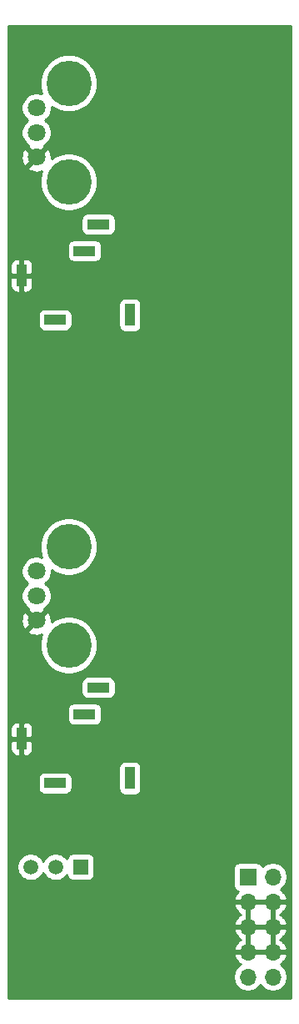
<source format=gbr>
G04 #@! TF.GenerationSoftware,KiCad,Pcbnew,(5.1.5)-3*
G04 #@! TF.CreationDate,2020-08-14T09:08:36-07:00*
G04 #@! TF.ProjectId,Noise_Gen,4e6f6973-655f-4476-956e-2e6b69636164,rev?*
G04 #@! TF.SameCoordinates,Original*
G04 #@! TF.FileFunction,Copper,L2,Bot*
G04 #@! TF.FilePolarity,Positive*
%FSLAX46Y46*%
G04 Gerber Fmt 4.6, Leading zero omitted, Abs format (unit mm)*
G04 Created by KiCad (PCBNEW (5.1.5)-3) date 2020-08-14 09:08:36*
%MOMM*%
%LPD*%
G04 APERTURE LIST*
%ADD10R,2.200000X1.000000*%
%ADD11R,1.000000X2.200000*%
%ADD12C,1.800000*%
%ADD13C,4.600000*%
%ADD14O,1.700000X1.700000*%
%ADD15R,1.700000X1.700000*%
%ADD16R,1.520000X1.520000*%
%ADD17C,1.520000*%
%ADD18C,0.800000*%
%ADD19C,0.254000*%
G04 APERTURE END LIST*
D10*
X9800000Y-20800000D03*
X8400000Y-23500000D03*
D11*
X13000000Y-30000000D03*
D10*
X5400000Y-30500000D03*
D11*
X2000000Y-26000000D03*
X2000000Y-73000000D03*
D10*
X5400000Y-77500000D03*
D11*
X13000000Y-77000000D03*
D10*
X8400000Y-70500000D03*
X9800000Y-67800000D03*
D12*
X3500000Y-14000000D03*
X3500000Y-11500000D03*
X3500000Y-9000000D03*
D13*
X6800000Y-16500000D03*
X6800000Y-6500000D03*
X6800000Y-53500000D03*
X6800000Y-63500000D03*
D12*
X3500000Y-56000000D03*
X3500000Y-58500000D03*
X3500000Y-61000000D03*
D14*
X27540000Y-97160000D03*
X25000000Y-97160000D03*
X27540000Y-94620000D03*
X25000000Y-94620000D03*
X27540000Y-92080000D03*
X25000000Y-92080000D03*
X27540000Y-89540000D03*
X25000000Y-89540000D03*
X27540000Y-87000000D03*
D15*
X25000000Y-87000000D03*
D16*
X8000000Y-86000000D03*
D17*
X2920000Y-86000000D03*
X5460000Y-86000000D03*
D18*
X27000000Y-57000000D03*
D19*
G36*
X29340001Y-99340000D02*
G01*
X660000Y-99340000D01*
X660000Y-97013740D01*
X23515000Y-97013740D01*
X23515000Y-97306260D01*
X23572068Y-97593158D01*
X23684010Y-97863411D01*
X23846525Y-98106632D01*
X24053368Y-98313475D01*
X24296589Y-98475990D01*
X24566842Y-98587932D01*
X24853740Y-98645000D01*
X25146260Y-98645000D01*
X25433158Y-98587932D01*
X25703411Y-98475990D01*
X25946632Y-98313475D01*
X26153475Y-98106632D01*
X26270000Y-97932240D01*
X26386525Y-98106632D01*
X26593368Y-98313475D01*
X26836589Y-98475990D01*
X27106842Y-98587932D01*
X27393740Y-98645000D01*
X27686260Y-98645000D01*
X27973158Y-98587932D01*
X28243411Y-98475990D01*
X28486632Y-98313475D01*
X28693475Y-98106632D01*
X28855990Y-97863411D01*
X28967932Y-97593158D01*
X29025000Y-97306260D01*
X29025000Y-97013740D01*
X28967932Y-96726842D01*
X28855990Y-96456589D01*
X28693475Y-96213368D01*
X28486632Y-96006525D01*
X28304466Y-95884805D01*
X28421355Y-95815178D01*
X28637588Y-95620269D01*
X28811641Y-95386920D01*
X28936825Y-95124099D01*
X28981476Y-94976890D01*
X28860155Y-94747000D01*
X27667000Y-94747000D01*
X27667000Y-94767000D01*
X27413000Y-94767000D01*
X27413000Y-94747000D01*
X25127000Y-94747000D01*
X25127000Y-94767000D01*
X24873000Y-94767000D01*
X24873000Y-94747000D01*
X23679845Y-94747000D01*
X23558524Y-94976890D01*
X23603175Y-95124099D01*
X23728359Y-95386920D01*
X23902412Y-95620269D01*
X24118645Y-95815178D01*
X24235534Y-95884805D01*
X24053368Y-96006525D01*
X23846525Y-96213368D01*
X23684010Y-96456589D01*
X23572068Y-96726842D01*
X23515000Y-97013740D01*
X660000Y-97013740D01*
X660000Y-92436890D01*
X23558524Y-92436890D01*
X23603175Y-92584099D01*
X23728359Y-92846920D01*
X23902412Y-93080269D01*
X24118645Y-93275178D01*
X24244255Y-93350000D01*
X24118645Y-93424822D01*
X23902412Y-93619731D01*
X23728359Y-93853080D01*
X23603175Y-94115901D01*
X23558524Y-94263110D01*
X23679845Y-94493000D01*
X24873000Y-94493000D01*
X24873000Y-92207000D01*
X25127000Y-92207000D01*
X25127000Y-94493000D01*
X27413000Y-94493000D01*
X27413000Y-92207000D01*
X27667000Y-92207000D01*
X27667000Y-94493000D01*
X28860155Y-94493000D01*
X28981476Y-94263110D01*
X28936825Y-94115901D01*
X28811641Y-93853080D01*
X28637588Y-93619731D01*
X28421355Y-93424822D01*
X28295745Y-93350000D01*
X28421355Y-93275178D01*
X28637588Y-93080269D01*
X28811641Y-92846920D01*
X28936825Y-92584099D01*
X28981476Y-92436890D01*
X28860155Y-92207000D01*
X27667000Y-92207000D01*
X27413000Y-92207000D01*
X25127000Y-92207000D01*
X24873000Y-92207000D01*
X23679845Y-92207000D01*
X23558524Y-92436890D01*
X660000Y-92436890D01*
X660000Y-89896890D01*
X23558524Y-89896890D01*
X23603175Y-90044099D01*
X23728359Y-90306920D01*
X23902412Y-90540269D01*
X24118645Y-90735178D01*
X24244255Y-90810000D01*
X24118645Y-90884822D01*
X23902412Y-91079731D01*
X23728359Y-91313080D01*
X23603175Y-91575901D01*
X23558524Y-91723110D01*
X23679845Y-91953000D01*
X24873000Y-91953000D01*
X24873000Y-89667000D01*
X25127000Y-89667000D01*
X25127000Y-91953000D01*
X27413000Y-91953000D01*
X27413000Y-89667000D01*
X27667000Y-89667000D01*
X27667000Y-91953000D01*
X28860155Y-91953000D01*
X28981476Y-91723110D01*
X28936825Y-91575901D01*
X28811641Y-91313080D01*
X28637588Y-91079731D01*
X28421355Y-90884822D01*
X28295745Y-90810000D01*
X28421355Y-90735178D01*
X28637588Y-90540269D01*
X28811641Y-90306920D01*
X28936825Y-90044099D01*
X28981476Y-89896890D01*
X28860155Y-89667000D01*
X27667000Y-89667000D01*
X27413000Y-89667000D01*
X25127000Y-89667000D01*
X24873000Y-89667000D01*
X23679845Y-89667000D01*
X23558524Y-89896890D01*
X660000Y-89896890D01*
X660000Y-85862604D01*
X1525000Y-85862604D01*
X1525000Y-86137396D01*
X1578609Y-86406907D01*
X1683767Y-86660780D01*
X1836433Y-86889261D01*
X2030739Y-87083567D01*
X2259220Y-87236233D01*
X2513093Y-87341391D01*
X2782604Y-87395000D01*
X3057396Y-87395000D01*
X3326907Y-87341391D01*
X3580780Y-87236233D01*
X3809261Y-87083567D01*
X4003567Y-86889261D01*
X4156233Y-86660780D01*
X4190000Y-86579260D01*
X4223767Y-86660780D01*
X4376433Y-86889261D01*
X4570739Y-87083567D01*
X4799220Y-87236233D01*
X5053093Y-87341391D01*
X5322604Y-87395000D01*
X5597396Y-87395000D01*
X5866907Y-87341391D01*
X6120780Y-87236233D01*
X6349261Y-87083567D01*
X6543567Y-86889261D01*
X6605526Y-86796533D01*
X6614188Y-86884482D01*
X6650498Y-87004180D01*
X6709463Y-87114494D01*
X6788815Y-87211185D01*
X6885506Y-87290537D01*
X6995820Y-87349502D01*
X7115518Y-87385812D01*
X7240000Y-87398072D01*
X8760000Y-87398072D01*
X8884482Y-87385812D01*
X9004180Y-87349502D01*
X9114494Y-87290537D01*
X9211185Y-87211185D01*
X9290537Y-87114494D01*
X9349502Y-87004180D01*
X9385812Y-86884482D01*
X9398072Y-86760000D01*
X9398072Y-86150000D01*
X23511928Y-86150000D01*
X23511928Y-87850000D01*
X23524188Y-87974482D01*
X23560498Y-88094180D01*
X23619463Y-88204494D01*
X23698815Y-88301185D01*
X23795506Y-88380537D01*
X23905820Y-88439502D01*
X23986466Y-88463966D01*
X23902412Y-88539731D01*
X23728359Y-88773080D01*
X23603175Y-89035901D01*
X23558524Y-89183110D01*
X23679845Y-89413000D01*
X24873000Y-89413000D01*
X24873000Y-89393000D01*
X25127000Y-89393000D01*
X25127000Y-89413000D01*
X27413000Y-89413000D01*
X27413000Y-89393000D01*
X27667000Y-89393000D01*
X27667000Y-89413000D01*
X28860155Y-89413000D01*
X28981476Y-89183110D01*
X28936825Y-89035901D01*
X28811641Y-88773080D01*
X28637588Y-88539731D01*
X28421355Y-88344822D01*
X28304466Y-88275195D01*
X28486632Y-88153475D01*
X28693475Y-87946632D01*
X28855990Y-87703411D01*
X28967932Y-87433158D01*
X29025000Y-87146260D01*
X29025000Y-86853740D01*
X28967932Y-86566842D01*
X28855990Y-86296589D01*
X28693475Y-86053368D01*
X28486632Y-85846525D01*
X28243411Y-85684010D01*
X27973158Y-85572068D01*
X27686260Y-85515000D01*
X27393740Y-85515000D01*
X27106842Y-85572068D01*
X26836589Y-85684010D01*
X26593368Y-85846525D01*
X26461513Y-85978380D01*
X26439502Y-85905820D01*
X26380537Y-85795506D01*
X26301185Y-85698815D01*
X26204494Y-85619463D01*
X26094180Y-85560498D01*
X25974482Y-85524188D01*
X25850000Y-85511928D01*
X24150000Y-85511928D01*
X24025518Y-85524188D01*
X23905820Y-85560498D01*
X23795506Y-85619463D01*
X23698815Y-85698815D01*
X23619463Y-85795506D01*
X23560498Y-85905820D01*
X23524188Y-86025518D01*
X23511928Y-86150000D01*
X9398072Y-86150000D01*
X9398072Y-85240000D01*
X9385812Y-85115518D01*
X9349502Y-84995820D01*
X9290537Y-84885506D01*
X9211185Y-84788815D01*
X9114494Y-84709463D01*
X9004180Y-84650498D01*
X8884482Y-84614188D01*
X8760000Y-84601928D01*
X7240000Y-84601928D01*
X7115518Y-84614188D01*
X6995820Y-84650498D01*
X6885506Y-84709463D01*
X6788815Y-84788815D01*
X6709463Y-84885506D01*
X6650498Y-84995820D01*
X6614188Y-85115518D01*
X6605526Y-85203467D01*
X6543567Y-85110739D01*
X6349261Y-84916433D01*
X6120780Y-84763767D01*
X5866907Y-84658609D01*
X5597396Y-84605000D01*
X5322604Y-84605000D01*
X5053093Y-84658609D01*
X4799220Y-84763767D01*
X4570739Y-84916433D01*
X4376433Y-85110739D01*
X4223767Y-85339220D01*
X4190000Y-85420740D01*
X4156233Y-85339220D01*
X4003567Y-85110739D01*
X3809261Y-84916433D01*
X3580780Y-84763767D01*
X3326907Y-84658609D01*
X3057396Y-84605000D01*
X2782604Y-84605000D01*
X2513093Y-84658609D01*
X2259220Y-84763767D01*
X2030739Y-84916433D01*
X1836433Y-85110739D01*
X1683767Y-85339220D01*
X1578609Y-85593093D01*
X1525000Y-85862604D01*
X660000Y-85862604D01*
X660000Y-77000000D01*
X3661928Y-77000000D01*
X3661928Y-78000000D01*
X3674188Y-78124482D01*
X3710498Y-78244180D01*
X3769463Y-78354494D01*
X3848815Y-78451185D01*
X3945506Y-78530537D01*
X4055820Y-78589502D01*
X4175518Y-78625812D01*
X4300000Y-78638072D01*
X6500000Y-78638072D01*
X6624482Y-78625812D01*
X6744180Y-78589502D01*
X6854494Y-78530537D01*
X6951185Y-78451185D01*
X7030537Y-78354494D01*
X7089502Y-78244180D01*
X7125812Y-78124482D01*
X7138072Y-78000000D01*
X7138072Y-77000000D01*
X7125812Y-76875518D01*
X7089502Y-76755820D01*
X7030537Y-76645506D01*
X6951185Y-76548815D01*
X6854494Y-76469463D01*
X6744180Y-76410498D01*
X6624482Y-76374188D01*
X6500000Y-76361928D01*
X4300000Y-76361928D01*
X4175518Y-76374188D01*
X4055820Y-76410498D01*
X3945506Y-76469463D01*
X3848815Y-76548815D01*
X3769463Y-76645506D01*
X3710498Y-76755820D01*
X3674188Y-76875518D01*
X3661928Y-77000000D01*
X660000Y-77000000D01*
X660000Y-75900000D01*
X11861928Y-75900000D01*
X11861928Y-78100000D01*
X11874188Y-78224482D01*
X11910498Y-78344180D01*
X11969463Y-78454494D01*
X12048815Y-78551185D01*
X12145506Y-78630537D01*
X12255820Y-78689502D01*
X12375518Y-78725812D01*
X12500000Y-78738072D01*
X13500000Y-78738072D01*
X13624482Y-78725812D01*
X13744180Y-78689502D01*
X13854494Y-78630537D01*
X13951185Y-78551185D01*
X14030537Y-78454494D01*
X14089502Y-78344180D01*
X14125812Y-78224482D01*
X14138072Y-78100000D01*
X14138072Y-75900000D01*
X14125812Y-75775518D01*
X14089502Y-75655820D01*
X14030537Y-75545506D01*
X13951185Y-75448815D01*
X13854494Y-75369463D01*
X13744180Y-75310498D01*
X13624482Y-75274188D01*
X13500000Y-75261928D01*
X12500000Y-75261928D01*
X12375518Y-75274188D01*
X12255820Y-75310498D01*
X12145506Y-75369463D01*
X12048815Y-75448815D01*
X11969463Y-75545506D01*
X11910498Y-75655820D01*
X11874188Y-75775518D01*
X11861928Y-75900000D01*
X660000Y-75900000D01*
X660000Y-74100000D01*
X861928Y-74100000D01*
X874188Y-74224482D01*
X910498Y-74344180D01*
X969463Y-74454494D01*
X1048815Y-74551185D01*
X1145506Y-74630537D01*
X1255820Y-74689502D01*
X1375518Y-74725812D01*
X1500000Y-74738072D01*
X1714250Y-74735000D01*
X1873000Y-74576250D01*
X1873000Y-73127000D01*
X2127000Y-73127000D01*
X2127000Y-74576250D01*
X2285750Y-74735000D01*
X2500000Y-74738072D01*
X2624482Y-74725812D01*
X2744180Y-74689502D01*
X2854494Y-74630537D01*
X2951185Y-74551185D01*
X3030537Y-74454494D01*
X3089502Y-74344180D01*
X3125812Y-74224482D01*
X3138072Y-74100000D01*
X3135000Y-73285750D01*
X2976250Y-73127000D01*
X2127000Y-73127000D01*
X1873000Y-73127000D01*
X1023750Y-73127000D01*
X865000Y-73285750D01*
X861928Y-74100000D01*
X660000Y-74100000D01*
X660000Y-71900000D01*
X861928Y-71900000D01*
X865000Y-72714250D01*
X1023750Y-72873000D01*
X1873000Y-72873000D01*
X1873000Y-71423750D01*
X2127000Y-71423750D01*
X2127000Y-72873000D01*
X2976250Y-72873000D01*
X3135000Y-72714250D01*
X3138072Y-71900000D01*
X3125812Y-71775518D01*
X3089502Y-71655820D01*
X3030537Y-71545506D01*
X2951185Y-71448815D01*
X2854494Y-71369463D01*
X2744180Y-71310498D01*
X2624482Y-71274188D01*
X2500000Y-71261928D01*
X2285750Y-71265000D01*
X2127000Y-71423750D01*
X1873000Y-71423750D01*
X1714250Y-71265000D01*
X1500000Y-71261928D01*
X1375518Y-71274188D01*
X1255820Y-71310498D01*
X1145506Y-71369463D01*
X1048815Y-71448815D01*
X969463Y-71545506D01*
X910498Y-71655820D01*
X874188Y-71775518D01*
X861928Y-71900000D01*
X660000Y-71900000D01*
X660000Y-70000000D01*
X6661928Y-70000000D01*
X6661928Y-71000000D01*
X6674188Y-71124482D01*
X6710498Y-71244180D01*
X6769463Y-71354494D01*
X6848815Y-71451185D01*
X6945506Y-71530537D01*
X7055820Y-71589502D01*
X7175518Y-71625812D01*
X7300000Y-71638072D01*
X9500000Y-71638072D01*
X9624482Y-71625812D01*
X9744180Y-71589502D01*
X9854494Y-71530537D01*
X9951185Y-71451185D01*
X10030537Y-71354494D01*
X10089502Y-71244180D01*
X10125812Y-71124482D01*
X10138072Y-71000000D01*
X10138072Y-70000000D01*
X10125812Y-69875518D01*
X10089502Y-69755820D01*
X10030537Y-69645506D01*
X9951185Y-69548815D01*
X9854494Y-69469463D01*
X9744180Y-69410498D01*
X9624482Y-69374188D01*
X9500000Y-69361928D01*
X7300000Y-69361928D01*
X7175518Y-69374188D01*
X7055820Y-69410498D01*
X6945506Y-69469463D01*
X6848815Y-69548815D01*
X6769463Y-69645506D01*
X6710498Y-69755820D01*
X6674188Y-69875518D01*
X6661928Y-70000000D01*
X660000Y-70000000D01*
X660000Y-67300000D01*
X8061928Y-67300000D01*
X8061928Y-68300000D01*
X8074188Y-68424482D01*
X8110498Y-68544180D01*
X8169463Y-68654494D01*
X8248815Y-68751185D01*
X8345506Y-68830537D01*
X8455820Y-68889502D01*
X8575518Y-68925812D01*
X8700000Y-68938072D01*
X10900000Y-68938072D01*
X11024482Y-68925812D01*
X11144180Y-68889502D01*
X11254494Y-68830537D01*
X11351185Y-68751185D01*
X11430537Y-68654494D01*
X11489502Y-68544180D01*
X11525812Y-68424482D01*
X11538072Y-68300000D01*
X11538072Y-67300000D01*
X11525812Y-67175518D01*
X11489502Y-67055820D01*
X11430537Y-66945506D01*
X11351185Y-66848815D01*
X11254494Y-66769463D01*
X11144180Y-66710498D01*
X11024482Y-66674188D01*
X10900000Y-66661928D01*
X8700000Y-66661928D01*
X8575518Y-66674188D01*
X8455820Y-66710498D01*
X8345506Y-66769463D01*
X8248815Y-66848815D01*
X8169463Y-66945506D01*
X8110498Y-67055820D01*
X8074188Y-67175518D01*
X8061928Y-67300000D01*
X660000Y-67300000D01*
X660000Y-62064080D01*
X2615525Y-62064080D01*
X2699208Y-62318261D01*
X2971775Y-62449158D01*
X3264642Y-62524365D01*
X3566553Y-62540991D01*
X3865907Y-62498397D01*
X4067356Y-62427662D01*
X3977791Y-62643892D01*
X3865000Y-63210928D01*
X3865000Y-63789072D01*
X3977791Y-64356108D01*
X4199037Y-64890244D01*
X4520237Y-65370953D01*
X4929047Y-65779763D01*
X5409756Y-66100963D01*
X5943892Y-66322209D01*
X6510928Y-66435000D01*
X7089072Y-66435000D01*
X7656108Y-66322209D01*
X8190244Y-66100963D01*
X8670953Y-65779763D01*
X9079763Y-65370953D01*
X9400963Y-64890244D01*
X9622209Y-64356108D01*
X9735000Y-63789072D01*
X9735000Y-63210928D01*
X9622209Y-62643892D01*
X9400963Y-62109756D01*
X9079763Y-61629047D01*
X8670953Y-61220237D01*
X8190244Y-60899037D01*
X7656108Y-60677791D01*
X7089072Y-60565000D01*
X6510928Y-60565000D01*
X5943892Y-60677791D01*
X5409756Y-60899037D01*
X5028871Y-61153537D01*
X5040991Y-60933447D01*
X4998397Y-60634093D01*
X4898222Y-60348801D01*
X4818261Y-60199208D01*
X4564080Y-60115525D01*
X3679605Y-61000000D01*
X3693748Y-61014143D01*
X3514143Y-61193748D01*
X3500000Y-61179605D01*
X2615525Y-62064080D01*
X660000Y-62064080D01*
X660000Y-61066553D01*
X1959009Y-61066553D01*
X2001603Y-61365907D01*
X2101778Y-61651199D01*
X2181739Y-61800792D01*
X2435920Y-61884475D01*
X3320395Y-61000000D01*
X2435920Y-60115525D01*
X2181739Y-60199208D01*
X2050842Y-60471775D01*
X1975635Y-60764642D01*
X1959009Y-61066553D01*
X660000Y-61066553D01*
X660000Y-55848816D01*
X1965000Y-55848816D01*
X1965000Y-56151184D01*
X2023989Y-56447743D01*
X2139701Y-56727095D01*
X2307688Y-56978505D01*
X2521495Y-57192312D01*
X2607831Y-57250000D01*
X2521495Y-57307688D01*
X2307688Y-57521495D01*
X2139701Y-57772905D01*
X2023989Y-58052257D01*
X1965000Y-58348816D01*
X1965000Y-58651184D01*
X2023989Y-58947743D01*
X2139701Y-59227095D01*
X2307688Y-59478505D01*
X2521495Y-59692312D01*
X2664310Y-59787738D01*
X2615525Y-59935920D01*
X3500000Y-60820395D01*
X4384475Y-59935920D01*
X4335690Y-59787738D01*
X4478505Y-59692312D01*
X4692312Y-59478505D01*
X4860299Y-59227095D01*
X4976011Y-58947743D01*
X5035000Y-58651184D01*
X5035000Y-58348816D01*
X4976011Y-58052257D01*
X4860299Y-57772905D01*
X4692312Y-57521495D01*
X4478505Y-57307688D01*
X4392169Y-57250000D01*
X4478505Y-57192312D01*
X4692312Y-56978505D01*
X4860299Y-56727095D01*
X4976011Y-56447743D01*
X5035000Y-56151184D01*
X5035000Y-55850559D01*
X5409756Y-56100963D01*
X5943892Y-56322209D01*
X6510928Y-56435000D01*
X7089072Y-56435000D01*
X7656108Y-56322209D01*
X8190244Y-56100963D01*
X8670953Y-55779763D01*
X9079763Y-55370953D01*
X9400963Y-54890244D01*
X9622209Y-54356108D01*
X9735000Y-53789072D01*
X9735000Y-53210928D01*
X9622209Y-52643892D01*
X9400963Y-52109756D01*
X9079763Y-51629047D01*
X8670953Y-51220237D01*
X8190244Y-50899037D01*
X7656108Y-50677791D01*
X7089072Y-50565000D01*
X6510928Y-50565000D01*
X5943892Y-50677791D01*
X5409756Y-50899037D01*
X4929047Y-51220237D01*
X4520237Y-51629047D01*
X4199037Y-52109756D01*
X3977791Y-52643892D01*
X3865000Y-53210928D01*
X3865000Y-53789072D01*
X3977791Y-54356108D01*
X4067955Y-54573783D01*
X3947743Y-54523989D01*
X3651184Y-54465000D01*
X3348816Y-54465000D01*
X3052257Y-54523989D01*
X2772905Y-54639701D01*
X2521495Y-54807688D01*
X2307688Y-55021495D01*
X2139701Y-55272905D01*
X2023989Y-55552257D01*
X1965000Y-55848816D01*
X660000Y-55848816D01*
X660000Y-30000000D01*
X3661928Y-30000000D01*
X3661928Y-31000000D01*
X3674188Y-31124482D01*
X3710498Y-31244180D01*
X3769463Y-31354494D01*
X3848815Y-31451185D01*
X3945506Y-31530537D01*
X4055820Y-31589502D01*
X4175518Y-31625812D01*
X4300000Y-31638072D01*
X6500000Y-31638072D01*
X6624482Y-31625812D01*
X6744180Y-31589502D01*
X6854494Y-31530537D01*
X6951185Y-31451185D01*
X7030537Y-31354494D01*
X7089502Y-31244180D01*
X7125812Y-31124482D01*
X7138072Y-31000000D01*
X7138072Y-30000000D01*
X7125812Y-29875518D01*
X7089502Y-29755820D01*
X7030537Y-29645506D01*
X6951185Y-29548815D01*
X6854494Y-29469463D01*
X6744180Y-29410498D01*
X6624482Y-29374188D01*
X6500000Y-29361928D01*
X4300000Y-29361928D01*
X4175518Y-29374188D01*
X4055820Y-29410498D01*
X3945506Y-29469463D01*
X3848815Y-29548815D01*
X3769463Y-29645506D01*
X3710498Y-29755820D01*
X3674188Y-29875518D01*
X3661928Y-30000000D01*
X660000Y-30000000D01*
X660000Y-28900000D01*
X11861928Y-28900000D01*
X11861928Y-31100000D01*
X11874188Y-31224482D01*
X11910498Y-31344180D01*
X11969463Y-31454494D01*
X12048815Y-31551185D01*
X12145506Y-31630537D01*
X12255820Y-31689502D01*
X12375518Y-31725812D01*
X12500000Y-31738072D01*
X13500000Y-31738072D01*
X13624482Y-31725812D01*
X13744180Y-31689502D01*
X13854494Y-31630537D01*
X13951185Y-31551185D01*
X14030537Y-31454494D01*
X14089502Y-31344180D01*
X14125812Y-31224482D01*
X14138072Y-31100000D01*
X14138072Y-28900000D01*
X14125812Y-28775518D01*
X14089502Y-28655820D01*
X14030537Y-28545506D01*
X13951185Y-28448815D01*
X13854494Y-28369463D01*
X13744180Y-28310498D01*
X13624482Y-28274188D01*
X13500000Y-28261928D01*
X12500000Y-28261928D01*
X12375518Y-28274188D01*
X12255820Y-28310498D01*
X12145506Y-28369463D01*
X12048815Y-28448815D01*
X11969463Y-28545506D01*
X11910498Y-28655820D01*
X11874188Y-28775518D01*
X11861928Y-28900000D01*
X660000Y-28900000D01*
X660000Y-27100000D01*
X861928Y-27100000D01*
X874188Y-27224482D01*
X910498Y-27344180D01*
X969463Y-27454494D01*
X1048815Y-27551185D01*
X1145506Y-27630537D01*
X1255820Y-27689502D01*
X1375518Y-27725812D01*
X1500000Y-27738072D01*
X1714250Y-27735000D01*
X1873000Y-27576250D01*
X1873000Y-26127000D01*
X2127000Y-26127000D01*
X2127000Y-27576250D01*
X2285750Y-27735000D01*
X2500000Y-27738072D01*
X2624482Y-27725812D01*
X2744180Y-27689502D01*
X2854494Y-27630537D01*
X2951185Y-27551185D01*
X3030537Y-27454494D01*
X3089502Y-27344180D01*
X3125812Y-27224482D01*
X3138072Y-27100000D01*
X3135000Y-26285750D01*
X2976250Y-26127000D01*
X2127000Y-26127000D01*
X1873000Y-26127000D01*
X1023750Y-26127000D01*
X865000Y-26285750D01*
X861928Y-27100000D01*
X660000Y-27100000D01*
X660000Y-24900000D01*
X861928Y-24900000D01*
X865000Y-25714250D01*
X1023750Y-25873000D01*
X1873000Y-25873000D01*
X1873000Y-24423750D01*
X2127000Y-24423750D01*
X2127000Y-25873000D01*
X2976250Y-25873000D01*
X3135000Y-25714250D01*
X3138072Y-24900000D01*
X3125812Y-24775518D01*
X3089502Y-24655820D01*
X3030537Y-24545506D01*
X2951185Y-24448815D01*
X2854494Y-24369463D01*
X2744180Y-24310498D01*
X2624482Y-24274188D01*
X2500000Y-24261928D01*
X2285750Y-24265000D01*
X2127000Y-24423750D01*
X1873000Y-24423750D01*
X1714250Y-24265000D01*
X1500000Y-24261928D01*
X1375518Y-24274188D01*
X1255820Y-24310498D01*
X1145506Y-24369463D01*
X1048815Y-24448815D01*
X969463Y-24545506D01*
X910498Y-24655820D01*
X874188Y-24775518D01*
X861928Y-24900000D01*
X660000Y-24900000D01*
X660000Y-23000000D01*
X6661928Y-23000000D01*
X6661928Y-24000000D01*
X6674188Y-24124482D01*
X6710498Y-24244180D01*
X6769463Y-24354494D01*
X6848815Y-24451185D01*
X6945506Y-24530537D01*
X7055820Y-24589502D01*
X7175518Y-24625812D01*
X7300000Y-24638072D01*
X9500000Y-24638072D01*
X9624482Y-24625812D01*
X9744180Y-24589502D01*
X9854494Y-24530537D01*
X9951185Y-24451185D01*
X10030537Y-24354494D01*
X10089502Y-24244180D01*
X10125812Y-24124482D01*
X10138072Y-24000000D01*
X10138072Y-23000000D01*
X10125812Y-22875518D01*
X10089502Y-22755820D01*
X10030537Y-22645506D01*
X9951185Y-22548815D01*
X9854494Y-22469463D01*
X9744180Y-22410498D01*
X9624482Y-22374188D01*
X9500000Y-22361928D01*
X7300000Y-22361928D01*
X7175518Y-22374188D01*
X7055820Y-22410498D01*
X6945506Y-22469463D01*
X6848815Y-22548815D01*
X6769463Y-22645506D01*
X6710498Y-22755820D01*
X6674188Y-22875518D01*
X6661928Y-23000000D01*
X660000Y-23000000D01*
X660000Y-20300000D01*
X8061928Y-20300000D01*
X8061928Y-21300000D01*
X8074188Y-21424482D01*
X8110498Y-21544180D01*
X8169463Y-21654494D01*
X8248815Y-21751185D01*
X8345506Y-21830537D01*
X8455820Y-21889502D01*
X8575518Y-21925812D01*
X8700000Y-21938072D01*
X10900000Y-21938072D01*
X11024482Y-21925812D01*
X11144180Y-21889502D01*
X11254494Y-21830537D01*
X11351185Y-21751185D01*
X11430537Y-21654494D01*
X11489502Y-21544180D01*
X11525812Y-21424482D01*
X11538072Y-21300000D01*
X11538072Y-20300000D01*
X11525812Y-20175518D01*
X11489502Y-20055820D01*
X11430537Y-19945506D01*
X11351185Y-19848815D01*
X11254494Y-19769463D01*
X11144180Y-19710498D01*
X11024482Y-19674188D01*
X10900000Y-19661928D01*
X8700000Y-19661928D01*
X8575518Y-19674188D01*
X8455820Y-19710498D01*
X8345506Y-19769463D01*
X8248815Y-19848815D01*
X8169463Y-19945506D01*
X8110498Y-20055820D01*
X8074188Y-20175518D01*
X8061928Y-20300000D01*
X660000Y-20300000D01*
X660000Y-15064080D01*
X2615525Y-15064080D01*
X2699208Y-15318261D01*
X2971775Y-15449158D01*
X3264642Y-15524365D01*
X3566553Y-15540991D01*
X3865907Y-15498397D01*
X4067356Y-15427662D01*
X3977791Y-15643892D01*
X3865000Y-16210928D01*
X3865000Y-16789072D01*
X3977791Y-17356108D01*
X4199037Y-17890244D01*
X4520237Y-18370953D01*
X4929047Y-18779763D01*
X5409756Y-19100963D01*
X5943892Y-19322209D01*
X6510928Y-19435000D01*
X7089072Y-19435000D01*
X7656108Y-19322209D01*
X8190244Y-19100963D01*
X8670953Y-18779763D01*
X9079763Y-18370953D01*
X9400963Y-17890244D01*
X9622209Y-17356108D01*
X9735000Y-16789072D01*
X9735000Y-16210928D01*
X9622209Y-15643892D01*
X9400963Y-15109756D01*
X9079763Y-14629047D01*
X8670953Y-14220237D01*
X8190244Y-13899037D01*
X7656108Y-13677791D01*
X7089072Y-13565000D01*
X6510928Y-13565000D01*
X5943892Y-13677791D01*
X5409756Y-13899037D01*
X5028871Y-14153537D01*
X5040991Y-13933447D01*
X4998397Y-13634093D01*
X4898222Y-13348801D01*
X4818261Y-13199208D01*
X4564080Y-13115525D01*
X3679605Y-14000000D01*
X3693748Y-14014143D01*
X3514143Y-14193748D01*
X3500000Y-14179605D01*
X2615525Y-15064080D01*
X660000Y-15064080D01*
X660000Y-14066553D01*
X1959009Y-14066553D01*
X2001603Y-14365907D01*
X2101778Y-14651199D01*
X2181739Y-14800792D01*
X2435920Y-14884475D01*
X3320395Y-14000000D01*
X2435920Y-13115525D01*
X2181739Y-13199208D01*
X2050842Y-13471775D01*
X1975635Y-13764642D01*
X1959009Y-14066553D01*
X660000Y-14066553D01*
X660000Y-8848816D01*
X1965000Y-8848816D01*
X1965000Y-9151184D01*
X2023989Y-9447743D01*
X2139701Y-9727095D01*
X2307688Y-9978505D01*
X2521495Y-10192312D01*
X2607831Y-10250000D01*
X2521495Y-10307688D01*
X2307688Y-10521495D01*
X2139701Y-10772905D01*
X2023989Y-11052257D01*
X1965000Y-11348816D01*
X1965000Y-11651184D01*
X2023989Y-11947743D01*
X2139701Y-12227095D01*
X2307688Y-12478505D01*
X2521495Y-12692312D01*
X2664310Y-12787738D01*
X2615525Y-12935920D01*
X3500000Y-13820395D01*
X4384475Y-12935920D01*
X4335690Y-12787738D01*
X4478505Y-12692312D01*
X4692312Y-12478505D01*
X4860299Y-12227095D01*
X4976011Y-11947743D01*
X5035000Y-11651184D01*
X5035000Y-11348816D01*
X4976011Y-11052257D01*
X4860299Y-10772905D01*
X4692312Y-10521495D01*
X4478505Y-10307688D01*
X4392169Y-10250000D01*
X4478505Y-10192312D01*
X4692312Y-9978505D01*
X4860299Y-9727095D01*
X4976011Y-9447743D01*
X5035000Y-9151184D01*
X5035000Y-8850559D01*
X5409756Y-9100963D01*
X5943892Y-9322209D01*
X6510928Y-9435000D01*
X7089072Y-9435000D01*
X7656108Y-9322209D01*
X8190244Y-9100963D01*
X8670953Y-8779763D01*
X9079763Y-8370953D01*
X9400963Y-7890244D01*
X9622209Y-7356108D01*
X9735000Y-6789072D01*
X9735000Y-6210928D01*
X9622209Y-5643892D01*
X9400963Y-5109756D01*
X9079763Y-4629047D01*
X8670953Y-4220237D01*
X8190244Y-3899037D01*
X7656108Y-3677791D01*
X7089072Y-3565000D01*
X6510928Y-3565000D01*
X5943892Y-3677791D01*
X5409756Y-3899037D01*
X4929047Y-4220237D01*
X4520237Y-4629047D01*
X4199037Y-5109756D01*
X3977791Y-5643892D01*
X3865000Y-6210928D01*
X3865000Y-6789072D01*
X3977791Y-7356108D01*
X4067955Y-7573783D01*
X3947743Y-7523989D01*
X3651184Y-7465000D01*
X3348816Y-7465000D01*
X3052257Y-7523989D01*
X2772905Y-7639701D01*
X2521495Y-7807688D01*
X2307688Y-8021495D01*
X2139701Y-8272905D01*
X2023989Y-8552257D01*
X1965000Y-8848816D01*
X660000Y-8848816D01*
X660000Y-660000D01*
X29340000Y-660000D01*
X29340001Y-99340000D01*
G37*
X29340001Y-99340000D02*
X660000Y-99340000D01*
X660000Y-97013740D01*
X23515000Y-97013740D01*
X23515000Y-97306260D01*
X23572068Y-97593158D01*
X23684010Y-97863411D01*
X23846525Y-98106632D01*
X24053368Y-98313475D01*
X24296589Y-98475990D01*
X24566842Y-98587932D01*
X24853740Y-98645000D01*
X25146260Y-98645000D01*
X25433158Y-98587932D01*
X25703411Y-98475990D01*
X25946632Y-98313475D01*
X26153475Y-98106632D01*
X26270000Y-97932240D01*
X26386525Y-98106632D01*
X26593368Y-98313475D01*
X26836589Y-98475990D01*
X27106842Y-98587932D01*
X27393740Y-98645000D01*
X27686260Y-98645000D01*
X27973158Y-98587932D01*
X28243411Y-98475990D01*
X28486632Y-98313475D01*
X28693475Y-98106632D01*
X28855990Y-97863411D01*
X28967932Y-97593158D01*
X29025000Y-97306260D01*
X29025000Y-97013740D01*
X28967932Y-96726842D01*
X28855990Y-96456589D01*
X28693475Y-96213368D01*
X28486632Y-96006525D01*
X28304466Y-95884805D01*
X28421355Y-95815178D01*
X28637588Y-95620269D01*
X28811641Y-95386920D01*
X28936825Y-95124099D01*
X28981476Y-94976890D01*
X28860155Y-94747000D01*
X27667000Y-94747000D01*
X27667000Y-94767000D01*
X27413000Y-94767000D01*
X27413000Y-94747000D01*
X25127000Y-94747000D01*
X25127000Y-94767000D01*
X24873000Y-94767000D01*
X24873000Y-94747000D01*
X23679845Y-94747000D01*
X23558524Y-94976890D01*
X23603175Y-95124099D01*
X23728359Y-95386920D01*
X23902412Y-95620269D01*
X24118645Y-95815178D01*
X24235534Y-95884805D01*
X24053368Y-96006525D01*
X23846525Y-96213368D01*
X23684010Y-96456589D01*
X23572068Y-96726842D01*
X23515000Y-97013740D01*
X660000Y-97013740D01*
X660000Y-92436890D01*
X23558524Y-92436890D01*
X23603175Y-92584099D01*
X23728359Y-92846920D01*
X23902412Y-93080269D01*
X24118645Y-93275178D01*
X24244255Y-93350000D01*
X24118645Y-93424822D01*
X23902412Y-93619731D01*
X23728359Y-93853080D01*
X23603175Y-94115901D01*
X23558524Y-94263110D01*
X23679845Y-94493000D01*
X24873000Y-94493000D01*
X24873000Y-92207000D01*
X25127000Y-92207000D01*
X25127000Y-94493000D01*
X27413000Y-94493000D01*
X27413000Y-92207000D01*
X27667000Y-92207000D01*
X27667000Y-94493000D01*
X28860155Y-94493000D01*
X28981476Y-94263110D01*
X28936825Y-94115901D01*
X28811641Y-93853080D01*
X28637588Y-93619731D01*
X28421355Y-93424822D01*
X28295745Y-93350000D01*
X28421355Y-93275178D01*
X28637588Y-93080269D01*
X28811641Y-92846920D01*
X28936825Y-92584099D01*
X28981476Y-92436890D01*
X28860155Y-92207000D01*
X27667000Y-92207000D01*
X27413000Y-92207000D01*
X25127000Y-92207000D01*
X24873000Y-92207000D01*
X23679845Y-92207000D01*
X23558524Y-92436890D01*
X660000Y-92436890D01*
X660000Y-89896890D01*
X23558524Y-89896890D01*
X23603175Y-90044099D01*
X23728359Y-90306920D01*
X23902412Y-90540269D01*
X24118645Y-90735178D01*
X24244255Y-90810000D01*
X24118645Y-90884822D01*
X23902412Y-91079731D01*
X23728359Y-91313080D01*
X23603175Y-91575901D01*
X23558524Y-91723110D01*
X23679845Y-91953000D01*
X24873000Y-91953000D01*
X24873000Y-89667000D01*
X25127000Y-89667000D01*
X25127000Y-91953000D01*
X27413000Y-91953000D01*
X27413000Y-89667000D01*
X27667000Y-89667000D01*
X27667000Y-91953000D01*
X28860155Y-91953000D01*
X28981476Y-91723110D01*
X28936825Y-91575901D01*
X28811641Y-91313080D01*
X28637588Y-91079731D01*
X28421355Y-90884822D01*
X28295745Y-90810000D01*
X28421355Y-90735178D01*
X28637588Y-90540269D01*
X28811641Y-90306920D01*
X28936825Y-90044099D01*
X28981476Y-89896890D01*
X28860155Y-89667000D01*
X27667000Y-89667000D01*
X27413000Y-89667000D01*
X25127000Y-89667000D01*
X24873000Y-89667000D01*
X23679845Y-89667000D01*
X23558524Y-89896890D01*
X660000Y-89896890D01*
X660000Y-85862604D01*
X1525000Y-85862604D01*
X1525000Y-86137396D01*
X1578609Y-86406907D01*
X1683767Y-86660780D01*
X1836433Y-86889261D01*
X2030739Y-87083567D01*
X2259220Y-87236233D01*
X2513093Y-87341391D01*
X2782604Y-87395000D01*
X3057396Y-87395000D01*
X3326907Y-87341391D01*
X3580780Y-87236233D01*
X3809261Y-87083567D01*
X4003567Y-86889261D01*
X4156233Y-86660780D01*
X4190000Y-86579260D01*
X4223767Y-86660780D01*
X4376433Y-86889261D01*
X4570739Y-87083567D01*
X4799220Y-87236233D01*
X5053093Y-87341391D01*
X5322604Y-87395000D01*
X5597396Y-87395000D01*
X5866907Y-87341391D01*
X6120780Y-87236233D01*
X6349261Y-87083567D01*
X6543567Y-86889261D01*
X6605526Y-86796533D01*
X6614188Y-86884482D01*
X6650498Y-87004180D01*
X6709463Y-87114494D01*
X6788815Y-87211185D01*
X6885506Y-87290537D01*
X6995820Y-87349502D01*
X7115518Y-87385812D01*
X7240000Y-87398072D01*
X8760000Y-87398072D01*
X8884482Y-87385812D01*
X9004180Y-87349502D01*
X9114494Y-87290537D01*
X9211185Y-87211185D01*
X9290537Y-87114494D01*
X9349502Y-87004180D01*
X9385812Y-86884482D01*
X9398072Y-86760000D01*
X9398072Y-86150000D01*
X23511928Y-86150000D01*
X23511928Y-87850000D01*
X23524188Y-87974482D01*
X23560498Y-88094180D01*
X23619463Y-88204494D01*
X23698815Y-88301185D01*
X23795506Y-88380537D01*
X23905820Y-88439502D01*
X23986466Y-88463966D01*
X23902412Y-88539731D01*
X23728359Y-88773080D01*
X23603175Y-89035901D01*
X23558524Y-89183110D01*
X23679845Y-89413000D01*
X24873000Y-89413000D01*
X24873000Y-89393000D01*
X25127000Y-89393000D01*
X25127000Y-89413000D01*
X27413000Y-89413000D01*
X27413000Y-89393000D01*
X27667000Y-89393000D01*
X27667000Y-89413000D01*
X28860155Y-89413000D01*
X28981476Y-89183110D01*
X28936825Y-89035901D01*
X28811641Y-88773080D01*
X28637588Y-88539731D01*
X28421355Y-88344822D01*
X28304466Y-88275195D01*
X28486632Y-88153475D01*
X28693475Y-87946632D01*
X28855990Y-87703411D01*
X28967932Y-87433158D01*
X29025000Y-87146260D01*
X29025000Y-86853740D01*
X28967932Y-86566842D01*
X28855990Y-86296589D01*
X28693475Y-86053368D01*
X28486632Y-85846525D01*
X28243411Y-85684010D01*
X27973158Y-85572068D01*
X27686260Y-85515000D01*
X27393740Y-85515000D01*
X27106842Y-85572068D01*
X26836589Y-85684010D01*
X26593368Y-85846525D01*
X26461513Y-85978380D01*
X26439502Y-85905820D01*
X26380537Y-85795506D01*
X26301185Y-85698815D01*
X26204494Y-85619463D01*
X26094180Y-85560498D01*
X25974482Y-85524188D01*
X25850000Y-85511928D01*
X24150000Y-85511928D01*
X24025518Y-85524188D01*
X23905820Y-85560498D01*
X23795506Y-85619463D01*
X23698815Y-85698815D01*
X23619463Y-85795506D01*
X23560498Y-85905820D01*
X23524188Y-86025518D01*
X23511928Y-86150000D01*
X9398072Y-86150000D01*
X9398072Y-85240000D01*
X9385812Y-85115518D01*
X9349502Y-84995820D01*
X9290537Y-84885506D01*
X9211185Y-84788815D01*
X9114494Y-84709463D01*
X9004180Y-84650498D01*
X8884482Y-84614188D01*
X8760000Y-84601928D01*
X7240000Y-84601928D01*
X7115518Y-84614188D01*
X6995820Y-84650498D01*
X6885506Y-84709463D01*
X6788815Y-84788815D01*
X6709463Y-84885506D01*
X6650498Y-84995820D01*
X6614188Y-85115518D01*
X6605526Y-85203467D01*
X6543567Y-85110739D01*
X6349261Y-84916433D01*
X6120780Y-84763767D01*
X5866907Y-84658609D01*
X5597396Y-84605000D01*
X5322604Y-84605000D01*
X5053093Y-84658609D01*
X4799220Y-84763767D01*
X4570739Y-84916433D01*
X4376433Y-85110739D01*
X4223767Y-85339220D01*
X4190000Y-85420740D01*
X4156233Y-85339220D01*
X4003567Y-85110739D01*
X3809261Y-84916433D01*
X3580780Y-84763767D01*
X3326907Y-84658609D01*
X3057396Y-84605000D01*
X2782604Y-84605000D01*
X2513093Y-84658609D01*
X2259220Y-84763767D01*
X2030739Y-84916433D01*
X1836433Y-85110739D01*
X1683767Y-85339220D01*
X1578609Y-85593093D01*
X1525000Y-85862604D01*
X660000Y-85862604D01*
X660000Y-77000000D01*
X3661928Y-77000000D01*
X3661928Y-78000000D01*
X3674188Y-78124482D01*
X3710498Y-78244180D01*
X3769463Y-78354494D01*
X3848815Y-78451185D01*
X3945506Y-78530537D01*
X4055820Y-78589502D01*
X4175518Y-78625812D01*
X4300000Y-78638072D01*
X6500000Y-78638072D01*
X6624482Y-78625812D01*
X6744180Y-78589502D01*
X6854494Y-78530537D01*
X6951185Y-78451185D01*
X7030537Y-78354494D01*
X7089502Y-78244180D01*
X7125812Y-78124482D01*
X7138072Y-78000000D01*
X7138072Y-77000000D01*
X7125812Y-76875518D01*
X7089502Y-76755820D01*
X7030537Y-76645506D01*
X6951185Y-76548815D01*
X6854494Y-76469463D01*
X6744180Y-76410498D01*
X6624482Y-76374188D01*
X6500000Y-76361928D01*
X4300000Y-76361928D01*
X4175518Y-76374188D01*
X4055820Y-76410498D01*
X3945506Y-76469463D01*
X3848815Y-76548815D01*
X3769463Y-76645506D01*
X3710498Y-76755820D01*
X3674188Y-76875518D01*
X3661928Y-77000000D01*
X660000Y-77000000D01*
X660000Y-75900000D01*
X11861928Y-75900000D01*
X11861928Y-78100000D01*
X11874188Y-78224482D01*
X11910498Y-78344180D01*
X11969463Y-78454494D01*
X12048815Y-78551185D01*
X12145506Y-78630537D01*
X12255820Y-78689502D01*
X12375518Y-78725812D01*
X12500000Y-78738072D01*
X13500000Y-78738072D01*
X13624482Y-78725812D01*
X13744180Y-78689502D01*
X13854494Y-78630537D01*
X13951185Y-78551185D01*
X14030537Y-78454494D01*
X14089502Y-78344180D01*
X14125812Y-78224482D01*
X14138072Y-78100000D01*
X14138072Y-75900000D01*
X14125812Y-75775518D01*
X14089502Y-75655820D01*
X14030537Y-75545506D01*
X13951185Y-75448815D01*
X13854494Y-75369463D01*
X13744180Y-75310498D01*
X13624482Y-75274188D01*
X13500000Y-75261928D01*
X12500000Y-75261928D01*
X12375518Y-75274188D01*
X12255820Y-75310498D01*
X12145506Y-75369463D01*
X12048815Y-75448815D01*
X11969463Y-75545506D01*
X11910498Y-75655820D01*
X11874188Y-75775518D01*
X11861928Y-75900000D01*
X660000Y-75900000D01*
X660000Y-74100000D01*
X861928Y-74100000D01*
X874188Y-74224482D01*
X910498Y-74344180D01*
X969463Y-74454494D01*
X1048815Y-74551185D01*
X1145506Y-74630537D01*
X1255820Y-74689502D01*
X1375518Y-74725812D01*
X1500000Y-74738072D01*
X1714250Y-74735000D01*
X1873000Y-74576250D01*
X1873000Y-73127000D01*
X2127000Y-73127000D01*
X2127000Y-74576250D01*
X2285750Y-74735000D01*
X2500000Y-74738072D01*
X2624482Y-74725812D01*
X2744180Y-74689502D01*
X2854494Y-74630537D01*
X2951185Y-74551185D01*
X3030537Y-74454494D01*
X3089502Y-74344180D01*
X3125812Y-74224482D01*
X3138072Y-74100000D01*
X3135000Y-73285750D01*
X2976250Y-73127000D01*
X2127000Y-73127000D01*
X1873000Y-73127000D01*
X1023750Y-73127000D01*
X865000Y-73285750D01*
X861928Y-74100000D01*
X660000Y-74100000D01*
X660000Y-71900000D01*
X861928Y-71900000D01*
X865000Y-72714250D01*
X1023750Y-72873000D01*
X1873000Y-72873000D01*
X1873000Y-71423750D01*
X2127000Y-71423750D01*
X2127000Y-72873000D01*
X2976250Y-72873000D01*
X3135000Y-72714250D01*
X3138072Y-71900000D01*
X3125812Y-71775518D01*
X3089502Y-71655820D01*
X3030537Y-71545506D01*
X2951185Y-71448815D01*
X2854494Y-71369463D01*
X2744180Y-71310498D01*
X2624482Y-71274188D01*
X2500000Y-71261928D01*
X2285750Y-71265000D01*
X2127000Y-71423750D01*
X1873000Y-71423750D01*
X1714250Y-71265000D01*
X1500000Y-71261928D01*
X1375518Y-71274188D01*
X1255820Y-71310498D01*
X1145506Y-71369463D01*
X1048815Y-71448815D01*
X969463Y-71545506D01*
X910498Y-71655820D01*
X874188Y-71775518D01*
X861928Y-71900000D01*
X660000Y-71900000D01*
X660000Y-70000000D01*
X6661928Y-70000000D01*
X6661928Y-71000000D01*
X6674188Y-71124482D01*
X6710498Y-71244180D01*
X6769463Y-71354494D01*
X6848815Y-71451185D01*
X6945506Y-71530537D01*
X7055820Y-71589502D01*
X7175518Y-71625812D01*
X7300000Y-71638072D01*
X9500000Y-71638072D01*
X9624482Y-71625812D01*
X9744180Y-71589502D01*
X9854494Y-71530537D01*
X9951185Y-71451185D01*
X10030537Y-71354494D01*
X10089502Y-71244180D01*
X10125812Y-71124482D01*
X10138072Y-71000000D01*
X10138072Y-70000000D01*
X10125812Y-69875518D01*
X10089502Y-69755820D01*
X10030537Y-69645506D01*
X9951185Y-69548815D01*
X9854494Y-69469463D01*
X9744180Y-69410498D01*
X9624482Y-69374188D01*
X9500000Y-69361928D01*
X7300000Y-69361928D01*
X7175518Y-69374188D01*
X7055820Y-69410498D01*
X6945506Y-69469463D01*
X6848815Y-69548815D01*
X6769463Y-69645506D01*
X6710498Y-69755820D01*
X6674188Y-69875518D01*
X6661928Y-70000000D01*
X660000Y-70000000D01*
X660000Y-67300000D01*
X8061928Y-67300000D01*
X8061928Y-68300000D01*
X8074188Y-68424482D01*
X8110498Y-68544180D01*
X8169463Y-68654494D01*
X8248815Y-68751185D01*
X8345506Y-68830537D01*
X8455820Y-68889502D01*
X8575518Y-68925812D01*
X8700000Y-68938072D01*
X10900000Y-68938072D01*
X11024482Y-68925812D01*
X11144180Y-68889502D01*
X11254494Y-68830537D01*
X11351185Y-68751185D01*
X11430537Y-68654494D01*
X11489502Y-68544180D01*
X11525812Y-68424482D01*
X11538072Y-68300000D01*
X11538072Y-67300000D01*
X11525812Y-67175518D01*
X11489502Y-67055820D01*
X11430537Y-66945506D01*
X11351185Y-66848815D01*
X11254494Y-66769463D01*
X11144180Y-66710498D01*
X11024482Y-66674188D01*
X10900000Y-66661928D01*
X8700000Y-66661928D01*
X8575518Y-66674188D01*
X8455820Y-66710498D01*
X8345506Y-66769463D01*
X8248815Y-66848815D01*
X8169463Y-66945506D01*
X8110498Y-67055820D01*
X8074188Y-67175518D01*
X8061928Y-67300000D01*
X660000Y-67300000D01*
X660000Y-62064080D01*
X2615525Y-62064080D01*
X2699208Y-62318261D01*
X2971775Y-62449158D01*
X3264642Y-62524365D01*
X3566553Y-62540991D01*
X3865907Y-62498397D01*
X4067356Y-62427662D01*
X3977791Y-62643892D01*
X3865000Y-63210928D01*
X3865000Y-63789072D01*
X3977791Y-64356108D01*
X4199037Y-64890244D01*
X4520237Y-65370953D01*
X4929047Y-65779763D01*
X5409756Y-66100963D01*
X5943892Y-66322209D01*
X6510928Y-66435000D01*
X7089072Y-66435000D01*
X7656108Y-66322209D01*
X8190244Y-66100963D01*
X8670953Y-65779763D01*
X9079763Y-65370953D01*
X9400963Y-64890244D01*
X9622209Y-64356108D01*
X9735000Y-63789072D01*
X9735000Y-63210928D01*
X9622209Y-62643892D01*
X9400963Y-62109756D01*
X9079763Y-61629047D01*
X8670953Y-61220237D01*
X8190244Y-60899037D01*
X7656108Y-60677791D01*
X7089072Y-60565000D01*
X6510928Y-60565000D01*
X5943892Y-60677791D01*
X5409756Y-60899037D01*
X5028871Y-61153537D01*
X5040991Y-60933447D01*
X4998397Y-60634093D01*
X4898222Y-60348801D01*
X4818261Y-60199208D01*
X4564080Y-60115525D01*
X3679605Y-61000000D01*
X3693748Y-61014143D01*
X3514143Y-61193748D01*
X3500000Y-61179605D01*
X2615525Y-62064080D01*
X660000Y-62064080D01*
X660000Y-61066553D01*
X1959009Y-61066553D01*
X2001603Y-61365907D01*
X2101778Y-61651199D01*
X2181739Y-61800792D01*
X2435920Y-61884475D01*
X3320395Y-61000000D01*
X2435920Y-60115525D01*
X2181739Y-60199208D01*
X2050842Y-60471775D01*
X1975635Y-60764642D01*
X1959009Y-61066553D01*
X660000Y-61066553D01*
X660000Y-55848816D01*
X1965000Y-55848816D01*
X1965000Y-56151184D01*
X2023989Y-56447743D01*
X2139701Y-56727095D01*
X2307688Y-56978505D01*
X2521495Y-57192312D01*
X2607831Y-57250000D01*
X2521495Y-57307688D01*
X2307688Y-57521495D01*
X2139701Y-57772905D01*
X2023989Y-58052257D01*
X1965000Y-58348816D01*
X1965000Y-58651184D01*
X2023989Y-58947743D01*
X2139701Y-59227095D01*
X2307688Y-59478505D01*
X2521495Y-59692312D01*
X2664310Y-59787738D01*
X2615525Y-59935920D01*
X3500000Y-60820395D01*
X4384475Y-59935920D01*
X4335690Y-59787738D01*
X4478505Y-59692312D01*
X4692312Y-59478505D01*
X4860299Y-59227095D01*
X4976011Y-58947743D01*
X5035000Y-58651184D01*
X5035000Y-58348816D01*
X4976011Y-58052257D01*
X4860299Y-57772905D01*
X4692312Y-57521495D01*
X4478505Y-57307688D01*
X4392169Y-57250000D01*
X4478505Y-57192312D01*
X4692312Y-56978505D01*
X4860299Y-56727095D01*
X4976011Y-56447743D01*
X5035000Y-56151184D01*
X5035000Y-55850559D01*
X5409756Y-56100963D01*
X5943892Y-56322209D01*
X6510928Y-56435000D01*
X7089072Y-56435000D01*
X7656108Y-56322209D01*
X8190244Y-56100963D01*
X8670953Y-55779763D01*
X9079763Y-55370953D01*
X9400963Y-54890244D01*
X9622209Y-54356108D01*
X9735000Y-53789072D01*
X9735000Y-53210928D01*
X9622209Y-52643892D01*
X9400963Y-52109756D01*
X9079763Y-51629047D01*
X8670953Y-51220237D01*
X8190244Y-50899037D01*
X7656108Y-50677791D01*
X7089072Y-50565000D01*
X6510928Y-50565000D01*
X5943892Y-50677791D01*
X5409756Y-50899037D01*
X4929047Y-51220237D01*
X4520237Y-51629047D01*
X4199037Y-52109756D01*
X3977791Y-52643892D01*
X3865000Y-53210928D01*
X3865000Y-53789072D01*
X3977791Y-54356108D01*
X4067955Y-54573783D01*
X3947743Y-54523989D01*
X3651184Y-54465000D01*
X3348816Y-54465000D01*
X3052257Y-54523989D01*
X2772905Y-54639701D01*
X2521495Y-54807688D01*
X2307688Y-55021495D01*
X2139701Y-55272905D01*
X2023989Y-55552257D01*
X1965000Y-55848816D01*
X660000Y-55848816D01*
X660000Y-30000000D01*
X3661928Y-30000000D01*
X3661928Y-31000000D01*
X3674188Y-31124482D01*
X3710498Y-31244180D01*
X3769463Y-31354494D01*
X3848815Y-31451185D01*
X3945506Y-31530537D01*
X4055820Y-31589502D01*
X4175518Y-31625812D01*
X4300000Y-31638072D01*
X6500000Y-31638072D01*
X6624482Y-31625812D01*
X6744180Y-31589502D01*
X6854494Y-31530537D01*
X6951185Y-31451185D01*
X7030537Y-31354494D01*
X7089502Y-31244180D01*
X7125812Y-31124482D01*
X7138072Y-31000000D01*
X7138072Y-30000000D01*
X7125812Y-29875518D01*
X7089502Y-29755820D01*
X7030537Y-29645506D01*
X6951185Y-29548815D01*
X6854494Y-29469463D01*
X6744180Y-29410498D01*
X6624482Y-29374188D01*
X6500000Y-29361928D01*
X4300000Y-29361928D01*
X4175518Y-29374188D01*
X4055820Y-29410498D01*
X3945506Y-29469463D01*
X3848815Y-29548815D01*
X3769463Y-29645506D01*
X3710498Y-29755820D01*
X3674188Y-29875518D01*
X3661928Y-30000000D01*
X660000Y-30000000D01*
X660000Y-28900000D01*
X11861928Y-28900000D01*
X11861928Y-31100000D01*
X11874188Y-31224482D01*
X11910498Y-31344180D01*
X11969463Y-31454494D01*
X12048815Y-31551185D01*
X12145506Y-31630537D01*
X12255820Y-31689502D01*
X12375518Y-31725812D01*
X12500000Y-31738072D01*
X13500000Y-31738072D01*
X13624482Y-31725812D01*
X13744180Y-31689502D01*
X13854494Y-31630537D01*
X13951185Y-31551185D01*
X14030537Y-31454494D01*
X14089502Y-31344180D01*
X14125812Y-31224482D01*
X14138072Y-31100000D01*
X14138072Y-28900000D01*
X14125812Y-28775518D01*
X14089502Y-28655820D01*
X14030537Y-28545506D01*
X13951185Y-28448815D01*
X13854494Y-28369463D01*
X13744180Y-28310498D01*
X13624482Y-28274188D01*
X13500000Y-28261928D01*
X12500000Y-28261928D01*
X12375518Y-28274188D01*
X12255820Y-28310498D01*
X12145506Y-28369463D01*
X12048815Y-28448815D01*
X11969463Y-28545506D01*
X11910498Y-28655820D01*
X11874188Y-28775518D01*
X11861928Y-28900000D01*
X660000Y-28900000D01*
X660000Y-27100000D01*
X861928Y-27100000D01*
X874188Y-27224482D01*
X910498Y-27344180D01*
X969463Y-27454494D01*
X1048815Y-27551185D01*
X1145506Y-27630537D01*
X1255820Y-27689502D01*
X1375518Y-27725812D01*
X1500000Y-27738072D01*
X1714250Y-27735000D01*
X1873000Y-27576250D01*
X1873000Y-26127000D01*
X2127000Y-26127000D01*
X2127000Y-27576250D01*
X2285750Y-27735000D01*
X2500000Y-27738072D01*
X2624482Y-27725812D01*
X2744180Y-27689502D01*
X2854494Y-27630537D01*
X2951185Y-27551185D01*
X3030537Y-27454494D01*
X3089502Y-27344180D01*
X3125812Y-27224482D01*
X3138072Y-27100000D01*
X3135000Y-26285750D01*
X2976250Y-26127000D01*
X2127000Y-26127000D01*
X1873000Y-26127000D01*
X1023750Y-26127000D01*
X865000Y-26285750D01*
X861928Y-27100000D01*
X660000Y-27100000D01*
X660000Y-24900000D01*
X861928Y-24900000D01*
X865000Y-25714250D01*
X1023750Y-25873000D01*
X1873000Y-25873000D01*
X1873000Y-24423750D01*
X2127000Y-24423750D01*
X2127000Y-25873000D01*
X2976250Y-25873000D01*
X3135000Y-25714250D01*
X3138072Y-24900000D01*
X3125812Y-24775518D01*
X3089502Y-24655820D01*
X3030537Y-24545506D01*
X2951185Y-24448815D01*
X2854494Y-24369463D01*
X2744180Y-24310498D01*
X2624482Y-24274188D01*
X2500000Y-24261928D01*
X2285750Y-24265000D01*
X2127000Y-24423750D01*
X1873000Y-24423750D01*
X1714250Y-24265000D01*
X1500000Y-24261928D01*
X1375518Y-24274188D01*
X1255820Y-24310498D01*
X1145506Y-24369463D01*
X1048815Y-24448815D01*
X969463Y-24545506D01*
X910498Y-24655820D01*
X874188Y-24775518D01*
X861928Y-24900000D01*
X660000Y-24900000D01*
X660000Y-23000000D01*
X6661928Y-23000000D01*
X6661928Y-24000000D01*
X6674188Y-24124482D01*
X6710498Y-24244180D01*
X6769463Y-24354494D01*
X6848815Y-24451185D01*
X6945506Y-24530537D01*
X7055820Y-24589502D01*
X7175518Y-24625812D01*
X7300000Y-24638072D01*
X9500000Y-24638072D01*
X9624482Y-24625812D01*
X9744180Y-24589502D01*
X9854494Y-24530537D01*
X9951185Y-24451185D01*
X10030537Y-24354494D01*
X10089502Y-24244180D01*
X10125812Y-24124482D01*
X10138072Y-24000000D01*
X10138072Y-23000000D01*
X10125812Y-22875518D01*
X10089502Y-22755820D01*
X10030537Y-22645506D01*
X9951185Y-22548815D01*
X9854494Y-22469463D01*
X9744180Y-22410498D01*
X9624482Y-22374188D01*
X9500000Y-22361928D01*
X7300000Y-22361928D01*
X7175518Y-22374188D01*
X7055820Y-22410498D01*
X6945506Y-22469463D01*
X6848815Y-22548815D01*
X6769463Y-22645506D01*
X6710498Y-22755820D01*
X6674188Y-22875518D01*
X6661928Y-23000000D01*
X660000Y-23000000D01*
X660000Y-20300000D01*
X8061928Y-20300000D01*
X8061928Y-21300000D01*
X8074188Y-21424482D01*
X8110498Y-21544180D01*
X8169463Y-21654494D01*
X8248815Y-21751185D01*
X8345506Y-21830537D01*
X8455820Y-21889502D01*
X8575518Y-21925812D01*
X8700000Y-21938072D01*
X10900000Y-21938072D01*
X11024482Y-21925812D01*
X11144180Y-21889502D01*
X11254494Y-21830537D01*
X11351185Y-21751185D01*
X11430537Y-21654494D01*
X11489502Y-21544180D01*
X11525812Y-21424482D01*
X11538072Y-21300000D01*
X11538072Y-20300000D01*
X11525812Y-20175518D01*
X11489502Y-20055820D01*
X11430537Y-19945506D01*
X11351185Y-19848815D01*
X11254494Y-19769463D01*
X11144180Y-19710498D01*
X11024482Y-19674188D01*
X10900000Y-19661928D01*
X8700000Y-19661928D01*
X8575518Y-19674188D01*
X8455820Y-19710498D01*
X8345506Y-19769463D01*
X8248815Y-19848815D01*
X8169463Y-19945506D01*
X8110498Y-20055820D01*
X8074188Y-20175518D01*
X8061928Y-20300000D01*
X660000Y-20300000D01*
X660000Y-15064080D01*
X2615525Y-15064080D01*
X2699208Y-15318261D01*
X2971775Y-15449158D01*
X3264642Y-15524365D01*
X3566553Y-15540991D01*
X3865907Y-15498397D01*
X4067356Y-15427662D01*
X3977791Y-15643892D01*
X3865000Y-16210928D01*
X3865000Y-16789072D01*
X3977791Y-17356108D01*
X4199037Y-17890244D01*
X4520237Y-18370953D01*
X4929047Y-18779763D01*
X5409756Y-19100963D01*
X5943892Y-19322209D01*
X6510928Y-19435000D01*
X7089072Y-19435000D01*
X7656108Y-19322209D01*
X8190244Y-19100963D01*
X8670953Y-18779763D01*
X9079763Y-18370953D01*
X9400963Y-17890244D01*
X9622209Y-17356108D01*
X9735000Y-16789072D01*
X9735000Y-16210928D01*
X9622209Y-15643892D01*
X9400963Y-15109756D01*
X9079763Y-14629047D01*
X8670953Y-14220237D01*
X8190244Y-13899037D01*
X7656108Y-13677791D01*
X7089072Y-13565000D01*
X6510928Y-13565000D01*
X5943892Y-13677791D01*
X5409756Y-13899037D01*
X5028871Y-14153537D01*
X5040991Y-13933447D01*
X4998397Y-13634093D01*
X4898222Y-13348801D01*
X4818261Y-13199208D01*
X4564080Y-13115525D01*
X3679605Y-14000000D01*
X3693748Y-14014143D01*
X3514143Y-14193748D01*
X3500000Y-14179605D01*
X2615525Y-15064080D01*
X660000Y-15064080D01*
X660000Y-14066553D01*
X1959009Y-14066553D01*
X2001603Y-14365907D01*
X2101778Y-14651199D01*
X2181739Y-14800792D01*
X2435920Y-14884475D01*
X3320395Y-14000000D01*
X2435920Y-13115525D01*
X2181739Y-13199208D01*
X2050842Y-13471775D01*
X1975635Y-13764642D01*
X1959009Y-14066553D01*
X660000Y-14066553D01*
X660000Y-8848816D01*
X1965000Y-8848816D01*
X1965000Y-9151184D01*
X2023989Y-9447743D01*
X2139701Y-9727095D01*
X2307688Y-9978505D01*
X2521495Y-10192312D01*
X2607831Y-10250000D01*
X2521495Y-10307688D01*
X2307688Y-10521495D01*
X2139701Y-10772905D01*
X2023989Y-11052257D01*
X1965000Y-11348816D01*
X1965000Y-11651184D01*
X2023989Y-11947743D01*
X2139701Y-12227095D01*
X2307688Y-12478505D01*
X2521495Y-12692312D01*
X2664310Y-12787738D01*
X2615525Y-12935920D01*
X3500000Y-13820395D01*
X4384475Y-12935920D01*
X4335690Y-12787738D01*
X4478505Y-12692312D01*
X4692312Y-12478505D01*
X4860299Y-12227095D01*
X4976011Y-11947743D01*
X5035000Y-11651184D01*
X5035000Y-11348816D01*
X4976011Y-11052257D01*
X4860299Y-10772905D01*
X4692312Y-10521495D01*
X4478505Y-10307688D01*
X4392169Y-10250000D01*
X4478505Y-10192312D01*
X4692312Y-9978505D01*
X4860299Y-9727095D01*
X4976011Y-9447743D01*
X5035000Y-9151184D01*
X5035000Y-8850559D01*
X5409756Y-9100963D01*
X5943892Y-9322209D01*
X6510928Y-9435000D01*
X7089072Y-9435000D01*
X7656108Y-9322209D01*
X8190244Y-9100963D01*
X8670953Y-8779763D01*
X9079763Y-8370953D01*
X9400963Y-7890244D01*
X9622209Y-7356108D01*
X9735000Y-6789072D01*
X9735000Y-6210928D01*
X9622209Y-5643892D01*
X9400963Y-5109756D01*
X9079763Y-4629047D01*
X8670953Y-4220237D01*
X8190244Y-3899037D01*
X7656108Y-3677791D01*
X7089072Y-3565000D01*
X6510928Y-3565000D01*
X5943892Y-3677791D01*
X5409756Y-3899037D01*
X4929047Y-4220237D01*
X4520237Y-4629047D01*
X4199037Y-5109756D01*
X3977791Y-5643892D01*
X3865000Y-6210928D01*
X3865000Y-6789072D01*
X3977791Y-7356108D01*
X4067955Y-7573783D01*
X3947743Y-7523989D01*
X3651184Y-7465000D01*
X3348816Y-7465000D01*
X3052257Y-7523989D01*
X2772905Y-7639701D01*
X2521495Y-7807688D01*
X2307688Y-8021495D01*
X2139701Y-8272905D01*
X2023989Y-8552257D01*
X1965000Y-8848816D01*
X660000Y-8848816D01*
X660000Y-660000D01*
X29340000Y-660000D01*
X29340001Y-99340000D01*
M02*

</source>
